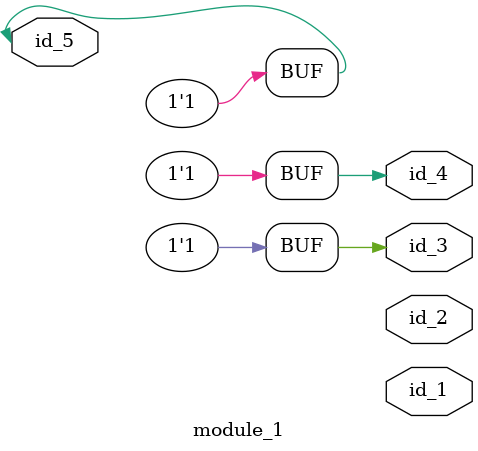
<source format=v>
module module_0 (
    id_1,
    id_2,
    id_3,
    id_4
);
  output wire id_4;
  output wire id_3;
  inout wire id_2;
  inout wire id_1;
  wire id_5;
endmodule
module module_1 (
    id_1,
    id_2,
    id_3,
    id_4,
    id_5
);
  inout wire id_5;
  output wor id_4;
  output wire id_3;
  output wire id_2;
  output wire id_1;
  assign id_4 = id_5;
  assign id_3 = id_5;
  assign id_5 = -1;
  module_0 modCall_1 (
      id_5,
      id_5,
      id_5,
      id_4
  );
  assign id_4 = 1;
  assign id_5 = id_5;
endmodule

</source>
